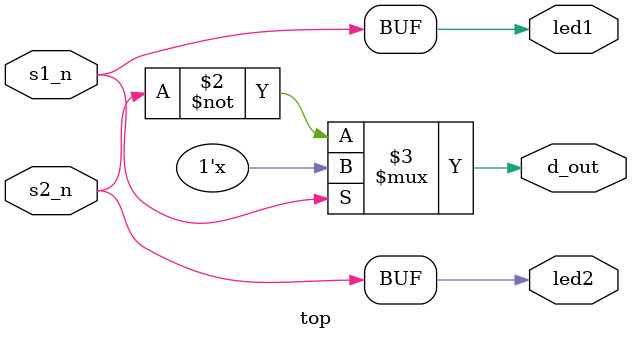
<source format=v>

`default_nettype none

/**
* This attempts to create a tri-state output.
*
* When s1 is pressed (low) the output driver will be enabled.
* When the the output driver is enabled, s2 pressed will cause the
* output to be driven high and when s2 is released the output will
* be driven low.
*
* Yosys does not include the pullup (if the pcf file requests it)
* on outputs with inferred tristate drivers.
*
* Note that Yosys will only (currently) infer a tristate driver
* if the ternary operator is used to drive an output pin.
**************************************************************************/
module top (
    input  wire     s1_n,
    input  wire     s2_n,
    output wire     led1,
    output wire     led2,
    output wire     d_out
    );

    // This does not seem to turn on the pullup when d_out=1'bz
    // It *does* appear to let d_out float when it is set to z.
    //
    // Yosys includes a warning about limited tri-state support.  
    // So this misfeature is probably a thing.

    assign led1 = s1_n;                 // LED will go on when press s1
    assign led2 = s2_n;                 // LED will go on when press s2

    assign d_out = ~s1_n ? ~s2_n : 1'bz; // tri-state when s1 is released

endmodule

</source>
